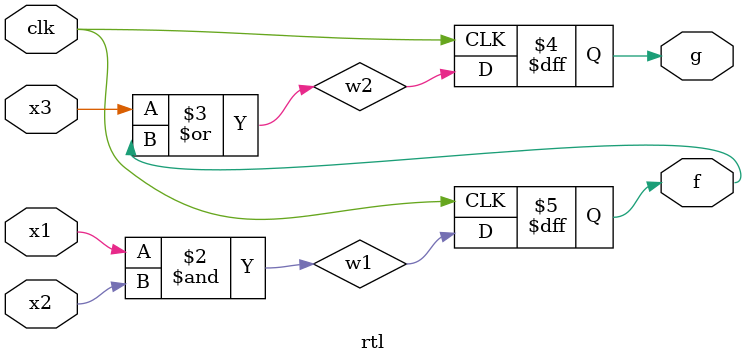
<source format=v>
module rtl(
input x1,x2,x3,clk,
  output reg g,f);
  wire w1,w2;
  always @(posedge clk) begin 
    f<=w1;
    g<=w2;
  end
  assign w1=x1&x2;
  assign w2=x3|f;
endmodule

</source>
